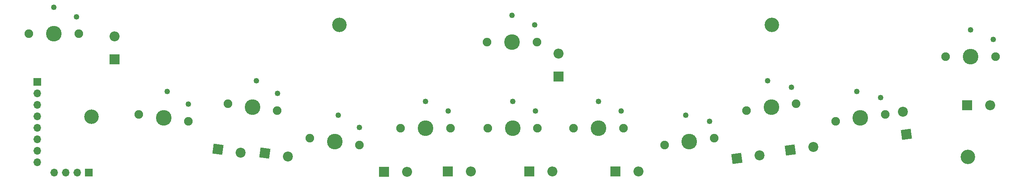
<source format=gbr>
%TF.GenerationSoftware,KiCad,Pcbnew,(7.0.0)*%
%TF.CreationDate,2023-05-23T21:59:03+07:00*%
%TF.ProjectId,top_keyboard_pcb,746f705f-6b65-4796-926f-6172645f7063,rev?*%
%TF.SameCoordinates,Original*%
%TF.FileFunction,Soldermask,Top*%
%TF.FilePolarity,Negative*%
%FSLAX46Y46*%
G04 Gerber Fmt 4.6, Leading zero omitted, Abs format (unit mm)*
G04 Created by KiCad (PCBNEW (7.0.0)) date 2023-05-23 21:59:03*
%MOMM*%
%LPD*%
G01*
G04 APERTURE LIST*
G04 Aperture macros list*
%AMHorizOval*
0 Thick line with rounded ends*
0 $1 width*
0 $2 $3 position (X,Y) of the first rounded end (center of the circle)*
0 $4 $5 position (X,Y) of the second rounded end (center of the circle)*
0 Add line between two ends*
20,1,$1,$2,$3,$4,$5,0*
0 Add two circle primitives to create the rounded ends*
1,1,$1,$2,$3*
1,1,$1,$4,$5*%
%AMRotRect*
0 Rectangle, with rotation*
0 The origin of the aperture is its center*
0 $1 length*
0 $2 width*
0 $3 Rotation angle, in degrees counterclockwise*
0 Add horizontal line*
21,1,$1,$2,0,0,$3*%
G04 Aperture macros list end*
%ADD10C,1.250000*%
%ADD11C,3.450000*%
%ADD12C,1.900000*%
%ADD13RotRect,2.200000X2.200000X8.000000*%
%ADD14HorizOval,2.200000X0.000000X0.000000X0.000000X0.000000X0*%
%ADD15R,2.200000X2.200000*%
%ADD16O,2.200000X2.200000*%
%ADD17C,3.200000*%
%ADD18RotRect,2.200000X2.200000X352.000000*%
%ADD19HorizOval,2.200000X0.000000X0.000000X0.000000X0.000000X0*%
%ADD20R,1.700000X1.700000*%
%ADD21O,1.700000X1.700000*%
%ADD22RotRect,2.200000X2.200000X98.000000*%
%ADD23HorizOval,2.200000X0.000000X0.000000X0.000000X0.000000X0*%
G04 APERTURE END LIST*
D10*
%TO.C,SW12*%
X250318013Y-76855871D03*
X255318013Y-78955871D03*
D11*
X250318013Y-82755871D03*
D12*
X244818013Y-82755871D03*
X255818013Y-82755871D03*
%TD*%
D10*
%TO.C,SW11*%
X225222533Y-90455484D03*
X230466137Y-91839182D03*
D11*
X226043654Y-96298066D03*
D12*
X220597180Y-97063518D03*
X231490128Y-95532614D03*
%TD*%
D10*
%TO.C,SW10*%
X205606409Y-88136010D03*
X210850013Y-89519708D03*
D11*
X206427530Y-93978592D03*
D12*
X200981056Y-94744044D03*
X211874004Y-93213140D03*
%TD*%
D10*
%TO.C,SW9*%
X187547645Y-95724004D03*
X192791249Y-97107702D03*
D11*
X188368766Y-101566586D03*
D12*
X182922292Y-102332038D03*
X193815240Y-100801134D03*
%TD*%
D10*
%TO.C,SW8*%
X168349289Y-92732872D03*
X173349289Y-94832872D03*
D11*
X168349289Y-98632872D03*
D12*
X162849289Y-98632872D03*
X173849289Y-98632872D03*
%TD*%
D10*
%TO.C,SW7*%
X149440000Y-92710000D03*
X154440000Y-94810000D03*
D11*
X149440000Y-98610000D03*
D12*
X143940000Y-98610000D03*
X154940000Y-98610000D03*
%TD*%
D10*
%TO.C,SW6*%
X149337293Y-73675443D03*
X154337293Y-75775443D03*
D11*
X149337293Y-79575443D03*
D12*
X143837293Y-79575443D03*
X154837293Y-79575443D03*
%TD*%
D10*
%TO.C,SW5*%
X130234050Y-92720077D03*
X135234050Y-94820077D03*
D11*
X130234050Y-98620077D03*
D12*
X124734050Y-98620077D03*
X135734050Y-98620077D03*
%TD*%
D10*
%TO.C,SW4*%
X111061224Y-95712107D03*
X115720301Y-98487536D03*
D11*
X110240103Y-101554689D03*
D12*
X104793629Y-100789237D03*
X115686577Y-102320141D03*
%TD*%
D10*
%TO.C,SW3*%
X92969914Y-88102073D03*
X97628991Y-90877502D03*
D11*
X92148793Y-93944655D03*
D12*
X86702319Y-93179203D03*
X97595267Y-94710107D03*
%TD*%
D10*
%TO.C,SW2*%
X73386925Y-90487817D03*
X78046002Y-93263246D03*
D11*
X72565804Y-96330399D03*
D12*
X67119330Y-95564947D03*
X78012278Y-97095851D03*
%TD*%
D10*
%TO.C,SW1*%
X48358179Y-71845939D03*
X53358179Y-73945939D03*
D11*
X48358179Y-77745939D03*
D12*
X42858179Y-77745939D03*
X53858179Y-77745939D03*
%TD*%
D13*
%TO.C,D11*%
X198840935Y-105330895D03*
D14*
X203871497Y-104623896D03*
%TD*%
D15*
%TO.C,D6*%
X153151709Y-108191406D03*
D16*
X158231709Y-108191406D03*
%TD*%
D17*
%TO.C,H2*%
X249740000Y-104960000D03*
%TD*%
D15*
%TO.C,D12*%
X249522182Y-93529999D03*
D16*
X254602182Y-93529999D03*
%TD*%
D18*
%TO.C,D2*%
X94889932Y-104147272D03*
D19*
X99920494Y-104854271D03*
%TD*%
D20*
%TO.C,J2*%
X44769930Y-88392111D03*
D21*
X44769930Y-90932111D03*
X44769930Y-93472111D03*
X44769930Y-96012111D03*
X44769930Y-98552111D03*
X44769930Y-101092111D03*
X44769930Y-103632111D03*
X44769930Y-106172111D03*
%TD*%
D15*
%TO.C,D7*%
X135155534Y-108206133D03*
D16*
X140235534Y-108206133D03*
%TD*%
D13*
%TO.C,D9*%
X210625696Y-103447326D03*
D14*
X215656258Y-102740327D03*
%TD*%
D18*
%TO.C,D1*%
X84540934Y-103319103D03*
D19*
X89571496Y-104026102D03*
%TD*%
D15*
%TO.C,D4*%
X121110802Y-108250313D03*
D16*
X126190802Y-108250313D03*
%TD*%
D17*
%TO.C,H3*%
X111310000Y-75750000D03*
%TD*%
D20*
%TO.C,J1*%
X56077011Y-108433431D03*
D21*
X53537011Y-108433431D03*
X50997011Y-108433431D03*
X48457011Y-108433431D03*
%TD*%
D17*
%TO.C,H4*%
X206560000Y-75750000D03*
%TD*%
D15*
%TO.C,D8*%
X172060946Y-108147226D03*
D16*
X177140946Y-108147226D03*
%TD*%
D17*
%TO.C,H1*%
X56700000Y-96070000D03*
%TD*%
D15*
%TO.C,D3*%
X61779999Y-83369999D03*
D16*
X61779999Y-78289999D03*
%TD*%
D22*
%TO.C,D10*%
X236140895Y-99979064D03*
D23*
X235433896Y-94948502D03*
%TD*%
D15*
%TO.C,D5*%
X159569999Y-87179999D03*
D16*
X159569999Y-82099999D03*
%TD*%
M02*

</source>
